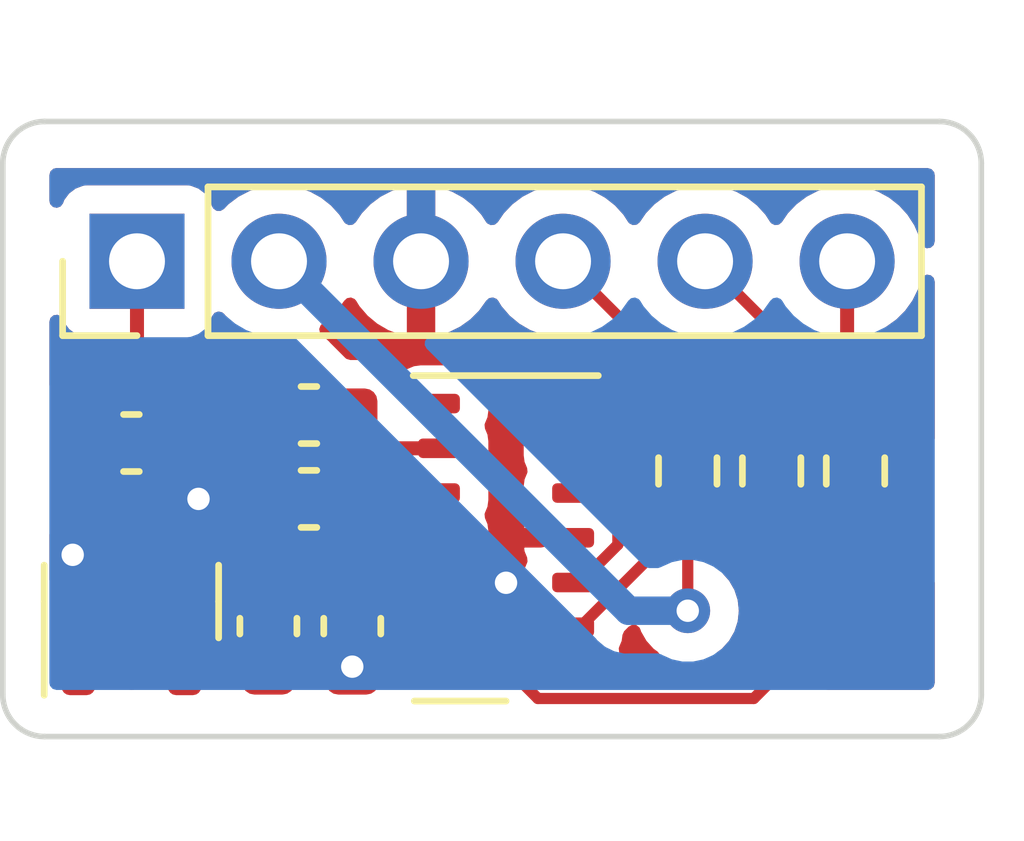
<source format=kicad_pcb>
(kicad_pcb (version 20211014) (generator pcbnew)
  (layers (0 "F.Cu" signal) (31 "B.Cu" signal) (34 "B.Paste" user) (35 "F.Paste" user) (36 "B.SilkS" user "B.Silkscreen") (37 "F.SilkS" user "F.Silkscreen") (38 "B.Mask" user) (39 "F.Mask" user) (44 "Edge.Cuts" user))
  (net 0 "")
  (net 1 "+5V")
  (net 2 "+1V8")
  (net 3 "+3V3")
  (net 4 "/MAX30102_SCL")
  (net 5 "/MAX30102_SDA")
  (net 6 "/MAX30102_INT")
  (net 13 "GND")
  (footprint "Capacitor_SMD:C_0603_1608Metric" (layer "F.Cu") (at 63.725 31.5)
    (fp_text reference "C4" hide)
    (fp_text value "0.1u")
    (fp_line (start -0.14058 -0.51) (end 0.14058 -0.51) (layer "F.SilkS") (width 0.12))
    (fp_line (start -0.14058 0.51) (end 0.14058 0.51) (layer "F.SilkS") (width 0.12))
    (pad "1" smd roundrect (at -0.775 0) (size 0.9 0.95) (layers "F.Cu" "F.Paste" "F.Mask") (net 13 "GND"))
    (pad "2" smd roundrect (at 0.775 0) (size 0.9 0.95) (layers "F.Cu" "F.Paste" "F.Mask") (net 1 "+5V"))
  )
  (footprint "Capacitor_SMD:C_0603_1608Metric" (layer "F.Cu") (at 63 33.775 -90)
    (fp_text reference "C2" hide)
    (fp_text value "1u")
    (fp_line (start -0.14058 -0.51) (end 0.14058 -0.51) (layer "F.SilkS") (width 0.12))
    (fp_line (start -0.14058 0.51) (end 0.14058 0.51) (layer "F.SilkS") (width 0.12))
    (pad "1" smd roundrect (at -0.775 0 270) (size 0.9 0.95) (layers "F.Cu" "F.Paste" "F.Mask") (net 2 "+1V8"))
    (pad "2" smd roundrect (at 0.775 0 270) (size 0.9 0.95) (layers "F.Cu" "F.Paste" "F.Mask") (net 13 "GND"))
  )
  (footprint "Capacitor_SMD:C_0603_1608Metric" (layer "F.Cu") (at 64.5 33.775 90)
    (fp_text reference "C5" hide)
    (fp_text value "0.1u")
    (fp_line (start -0.14058 -0.51) (end 0.14058 -0.51) (layer "F.SilkS") (width 0.12))
    (fp_line (start -0.14058 0.51) (end 0.14058 0.51) (layer "F.SilkS") (width 0.12))
    (pad "1" smd roundrect (at -0.775 0 90) (size 0.9 0.95) (layers "F.Cu" "F.Paste" "F.Mask") (net 13 "GND"))
    (pad "2" smd roundrect (at 0.775 0 90) (size 0.9 0.95) (layers "F.Cu" "F.Paste" "F.Mask") (net 2 "+1V8"))
  )
  (footprint "OptoDevice:Maxim_OLGA-14_3.3x5.6mm_P0.8mm" (layer "F.Cu") (at 67.25 32.195 180)
    (fp_text reference "U2" hide)
    (fp_text value "MAX30102")
    (fp_line (start 0 -2.92) (end 1.64 -2.92) (layer "F.SilkS") (width 0.12))
    (fp_line (start 1.66 2.9) (end -1.65 2.9) (layer "F.SilkS") (width 0.12))
    (pad "1" smd roundrect (at -1.2 -2.4 180) (size 0.75 0.35) (layers "F.Cu" "F.Paste" "F.Mask"))
    (pad "2" smd roundrect (at -1.2 -1.6 180) (size 0.75 0.35) (layers "F.Cu" "F.Paste" "F.Mask") (net 4 "/MAX30102_SCL"))
    (pad "3" smd roundrect (at -1.2 -0.8 180) (size 0.75 0.35) (layers "F.Cu" "F.Paste" "F.Mask") (net 5 "/MAX30102_SDA"))
    (pad "4" smd roundrect (at -1.2 0 180) (size 0.75 0.35) (layers "F.Cu" "F.Paste" "F.Mask") (net 13 "GND"))
    (pad "5" smd roundrect (at -1.2 0.8 180) (size 0.75 0.35) (layers "F.Cu" "F.Paste" "F.Mask"))
    (pad "6" smd roundrect (at -1.2 1.6 180) (size 0.75 0.35) (layers "F.Cu" "F.Paste" "F.Mask"))
    (pad "7" smd roundrect (at -1.2 2.4 180) (size 0.75 0.35) (layers "F.Cu" "F.Paste" "F.Mask"))
    (pad "8" smd roundrect (at 1.2 2.4 180) (size 0.75 0.35) (layers "F.Cu" "F.Paste" "F.Mask"))
    (pad "9" smd roundrect (at 1.2 1.6 180) (size 0.75 0.35) (layers "F.Cu" "F.Paste" "F.Mask") (net 1 "+5V"))
    (pad "10" smd roundrect (at 1.2 0.8 180) (size 0.75 0.35) (layers "F.Cu" "F.Paste" "F.Mask") (net 1 "+5V"))
    (pad "11" smd roundrect (at 1.2 0 180) (size 0.75 0.35) (layers "F.Cu" "F.Paste" "F.Mask") (net 2 "+1V8"))
    (pad "12" smd roundrect (at 1.2 -0.8 180) (size 0.75 0.35) (layers "F.Cu" "F.Paste" "F.Mask") (net 13 "GND"))
    (pad "13" smd roundrect (at 1.2 -1.6 180) (size 0.75 0.35) (layers "F.Cu" "F.Paste" "F.Mask") (net 6 "/MAX30102_INT"))
    (pad "14" smd roundrect (at 1.2 -2.4 180) (size 0.75 0.35) (layers "F.Cu" "F.Paste" "F.Mask"))
  )
  (footprint "Package_TO_SOT_SMD:SOT-23" (layer "F.Cu") (at 60.55 33.335 90)
    (fp_text reference "U1" hide)
    (fp_text value "XC6206_1.8V")
    (fp_line (start 0 -1.56) (end -1.675 -1.56) (layer "F.SilkS") (width 0.12))
    (fp_line (start 0 -1.56) (end 0.65 -1.56) (layer "F.SilkS") (width 0.12))
    (fp_line (start 0 1.56) (end 0.65 1.56) (layer "F.SilkS") (width 0.12))
    (fp_line (start 0 1.56) (end -0.65 1.56) (layer "F.SilkS") (width 0.12))
    (pad "1" smd roundrect (at -0.9375 -0.95 90) (size 1.475 0.6) (layers "F.Cu" "F.Paste" "F.Mask") (net 13 "GND"))
    (pad "2" smd roundrect (at -0.9375 0.95 90) (size 1.475 0.6) (layers "F.Cu" "F.Paste" "F.Mask") (net 2 "+1V8"))
    (pad "3" smd roundrect (at 0.9375 0 90) (size 1.475 0.6) (layers "F.Cu" "F.Paste" "F.Mask") (net 1 "+5V"))
  )
  (footprint "Resistor_SMD:R_0603_1608Metric" (layer "F.Cu") (at 70.5 31 90)
    (fp_text reference "R2" hide)
    (fp_text value "4.7k")
    (fp_line (start -0.237258 0.5225) (end 0.237258 0.5225) (layer "F.SilkS") (width 0.12))
    (fp_line (start -0.237258 -0.5225) (end 0.237258 -0.5225) (layer "F.SilkS") (width 0.12))
    (pad "1" smd roundrect (at -0.825 0 90) (size 0.8 0.95) (layers "F.Cu" "F.Paste" "F.Mask") (net 3 "+3V3"))
    (pad "2" smd roundrect (at 0.825 0 90) (size 0.8 0.95) (layers "F.Cu" "F.Paste" "F.Mask") (net 5 "/MAX30102_SDA"))
  )
  (footprint "Capacitor_SMD:C_0603_1608Metric" (layer "F.Cu") (at 60.55 30.5)
    (fp_text reference "C1" hide)
    (fp_text value "1u")
    (fp_line (start -0.14058 -0.51) (end 0.14058 -0.51) (layer "F.SilkS") (width 0.12))
    (fp_line (start -0.14058 0.51) (end 0.14058 0.51) (layer "F.SilkS") (width 0.12))
    (pad "1" smd roundrect (at -0.775 0) (size 0.9 0.95) (layers "F.Cu" "F.Paste" "F.Mask") (net 1 "+5V"))
    (pad "2" smd roundrect (at 0.775 0) (size 0.9 0.95) (layers "F.Cu" "F.Paste" "F.Mask") (net 13 "GND"))
  )
  (footprint "Resistor_SMD:R_0603_1608Metric" (layer "F.Cu") (at 73.5 31 90)
    (fp_text reference "R4" hide)
    (fp_text value "4.7k")
    (fp_line (start -0.237258 0.5225) (end 0.237258 0.5225) (layer "F.SilkS") (width 0.12))
    (fp_line (start -0.237258 -0.5225) (end 0.237258 -0.5225) (layer "F.SilkS") (width 0.12))
    (pad "1" smd roundrect (at -0.825 0 90) (size 0.8 0.95) (layers "F.Cu" "F.Paste" "F.Mask") (net 3 "+3V3"))
    (pad "2" smd roundrect (at 0.825 0 90) (size 0.8 0.95) (layers "F.Cu" "F.Paste" "F.Mask") (net 6 "/MAX30102_INT"))
  )
  (footprint "Capacitor_SMD:C_0603_1608Metric" (layer "F.Cu") (at 63.725 30)
    (fp_text reference "C3" hide)
    (fp_text value "0.1u")
    (fp_line (start -0.14058 -0.51) (end 0.14058 -0.51) (layer "F.SilkS") (width 0.12))
    (fp_line (start -0.14058 0.51) (end 0.14058 0.51) (layer "F.SilkS") (width 0.12))
    (pad "1" smd roundrect (at -0.775 0) (size 0.9 0.95) (layers "F.Cu" "F.Paste" "F.Mask") (net 13 "GND"))
    (pad "2" smd roundrect (at 0.775 0) (size 0.9 0.95) (layers "F.Cu" "F.Paste" "F.Mask") (net 1 "+5V"))
  )
  (footprint "Resistor_SMD:R_0603_1608Metric" (layer "F.Cu") (at 72 31 90)
    (fp_text reference "R1" hide)
    (fp_text value "4.7k")
    (fp_line (start -0.237258 -0.5225) (end 0.237258 -0.5225) (layer "F.SilkS") (width 0.12))
    (fp_line (start -0.237258 0.5225) (end 0.237258 0.5225) (layer "F.SilkS") (width 0.12))
    (pad "1" smd roundrect (at -0.825 0 90) (size 0.8 0.95) (layers "F.Cu" "F.Paste" "F.Mask") (net 3 "+3V3"))
    (pad "2" smd roundrect (at 0.825 0 90) (size 0.8 0.95) (layers "F.Cu" "F.Paste" "F.Mask") (net 4 "/MAX30102_SCL"))
  )
  (footprint "Connector_PinHeader_2.54mm:PinHeader_1x06_P2.54mm_Vertical" (layer "F.Cu") (at 60.65 27.25 90)
    (fp_text reference "J1" hide)
    (fp_text value "Conn_01x06")
    (fp_line (start -1.33 1.27) (end 1.33 1.27) (layer "F.SilkS") (width 0.12))
    (fp_line (start -1.33 0) (end -1.33 -1.33) (layer "F.SilkS") (width 0.12))
    (fp_line (start -1.33 -1.33) (end 0 -1.33) (layer "F.SilkS") (width 0.12))
    (fp_line (start -1.33 1.27) (end -1.33 14.03) (layer "F.SilkS") (width 0.12))
    (fp_line (start -1.33 14.03) (end 1.33 14.03) (layer "F.SilkS") (width 0.12))
    (fp_line (start 1.33 1.27) (end 1.33 14.03) (layer "F.SilkS") (width 0.12))
    (pad "1" thru_hole rect (at 0 0 90) (size 1.7 1.7) (drill 1) (layers *.Cu *.Mask) (net 1 "+5V"))
    (pad "2" thru_hole oval (at 0 2.54 90) (size 1.7 1.7) (drill 1) (layers *.Cu *.Mask) (net 3 "+3V3"))
    (pad "3" thru_hole oval (at 0 5.08 90) (size 1.7 1.7) (drill 1) (layers *.Cu *.Mask) (net 13 "GND"))
    (pad "4" thru_hole oval (at 0 7.62 90) (size 1.7 1.7) (drill 1) (layers *.Cu *.Mask) (net 5 "/MAX30102_SDA"))
    (pad "5" thru_hole oval (at 0 10.16 90) (size 1.7 1.7) (drill 1) (layers *.Cu *.Mask) (net 4 "/MAX30102_SCL"))
    (pad "6" thru_hole oval (at 0 12.7 90) (size 1.7 1.7) (drill 1) (layers *.Cu *.Mask) (net 6 "/MAX30102_INT"))
  )
  (gr_line (start 75.75 35) (end 75.75 25.5) (layer "Edge.Cuts") (width 0.1))
  (gr_line (start 75 24.75) (end 59 24.75) (layer "Edge.Cuts") (width 0.1))
  (gr_line (start 58.25 25.5) (end 58.25 35) (layer "Edge.Cuts") (width 0.1))
  (gr_line (start 59 35.75) (end 75 35.75) (layer "Edge.Cuts") (width 0.1))
  (gr_arc (start 75.75 35) (mid 75.53033 35.53033) (end 75 35.75) (layer "Edge.Cuts") (width 0.1))
  (gr_arc (start 59 35.75) (mid 58.46967 35.53033) (end 58.25 35) (layer "Edge.Cuts") (width 0.1))
  (gr_arc (start 58.25 25.5) (mid 58.46967 24.96967) (end 59 24.75) (layer "Edge.Cuts") (width 0.1))
  (gr_arc (start 75 24.75) (mid 75.53033 24.96967) (end 75.75 25.5) (layer "Edge.Cuts") (width 0.1))
  (segment (start 59.775 30.5) (end 59.775 31.6225) (width 0.25) (layer "F.Cu") (net 1))
  (segment (start 60.65 29.1) (end 60.65 27.25) (width 0.25) (layer "F.Cu") (net 1))
  (segment (start 59.775 30.5) (end 60.65 29.625) (width 0.25) (layer "F.Cu") (net 1))
  (segment (start 64.5 30) (end 65.095 30.595) (width 0.25) (layer "F.Cu") (net 1))
  (segment (start 60.65 29.625) (end 60.65 29.1) (width 0.25) (layer "F.Cu") (net 1))
  (segment (start 63.6 29.1) (end 60.65 29.1) (width 0.25) (layer "F.Cu") (net 1))
  (segment (start 64.5 31.5) (end 64.5 30) (width 0.25) (layer "F.Cu") (net 1))
  (segment (start 59.775 31.6225) (end 60.55 32.3975) (width 0.25) (layer "F.Cu") (net 1))
  (segment (start 64.5 30) (end 63.6 29.1) (width 0.25) (layer "F.Cu") (net 1))
  (segment (start 65.095 30.595) (end 66.05 30.595) (width 0.25) (layer "F.Cu") (net 1))
  (segment (start 64.605 31.395) (end 64.5 31.5) (width 0.25) (layer "F.Cu") (net 1))
  (segment (start 66.05 31.395) (end 64.605 31.395) (width 0.25) (layer "F.Cu") (net 1))
  (segment (start 65.305 32.195) (end 66.05 32.195) (width 0.25) (layer "F.Cu") (net 2))
  (segment (start 61.75 33) (end 61.5 33.25) (width 0.25) (layer "F.Cu") (net 2))
  (segment (start 64.5 33) (end 65.305 32.195) (width 0.25) (layer "F.Cu") (net 2))
  (segment (start 61.5 33.25) (end 61.5 34.2725) (width 0.25) (layer "F.Cu") (net 2))
  (segment (start 63 33) (end 61.75 33) (width 0.25) (layer "F.Cu") (net 2))
  (segment (start 63 33) (end 64.5 33) (width 0.25) (layer "F.Cu") (net 2))
  (segment (start 70.5 31.825) (end 70.5 33.5) (width 0.2) (layer "F.Cu") (net 3))
  (segment (start 73.5 31.825) (end 70.5 31.825) (width 0.2) (layer "F.Cu") (net 3))
  (via (at 70.5 33.5) (size 0.8) (drill 0.4) (layers "F.Cu" "B.Cu") (net 3))
  (segment (start 63.19 27.25) (end 69.44 33.5) (width 0.508) (layer "B.Cu") (net 3))
  (segment (start 69.44 33.5) (end 70.5 33.5) (width 0.508) (layer "B.Cu") (net 3))
  (segment (start 71.175 31) (end 72 30.175) (width 0.2) (layer "F.Cu") (net 4))
  (segment (start 69.72548 31.27452) (end 70 31) (width 0.2) (layer "F.Cu") (net 4))
  (segment (start 70 31) (end 71.175 31) (width 0.2) (layer "F.Cu") (net 4))
  (segment (start 72 28.44) (end 70.81 27.25) (width 0.2) (layer "F.Cu") (net 4))
  (segment (start 68.45 33.795) (end 68.572328 33.795) (width 0.2) (layer "F.Cu") (net 4))
  (segment (start 68.572328 33.795) (end 69.72548 32.641848) (width 0.2) (layer "F.Cu") (net 4))
  (segment (start 72 30.175) (end 72 28.44) (width 0.2) (layer "F.Cu") (net 4))
  (segment (start 69.72548 32.641848) (end 69.72548 31.27452) (width 0.2) (layer "F.Cu") (net 4))
  (segment (start 69.25 32.317328) (end 69.25 30.75) (width 0.2) (layer "F.Cu") (net 5))
  (segment (start 69.825 30.175) (end 70.5 30.175) (width 0.2) (layer "F.Cu") (net 5))
  (segment (start 68.45 32.995) (end 68.572328 32.995) (width 0.2) (layer "F.Cu") (net 5))
  (segment (start 70.5 30.175) (end 70.5 29.48) (width 0.2) (layer "F.Cu") (net 5))
  (segment (start 68.572328 32.995) (end 69.25 32.317328) (width 0.2) (layer "F.Cu") (net 5))
  (segment (start 69.25 30.75) (end 69.825 30.175) (width 0.2) (layer "F.Cu") (net 5))
  (segment (start 70.5 29.48) (end 68.27 27.25) (width 0.2) (layer "F.Cu") (net 5))
  (segment (start 71.68048 35.06952) (end 74.27452 32.47548) (width 0.2) (layer "F.Cu") (net 6))
  (segment (start 73.5 30.175) (end 73.35 30.025) (width 0.25) (layer "F.Cu") (net 6))
  (segment (start 74.27452 32.47548) (end 74.27452 30.94952) (width 0.2) (layer "F.Cu") (net 6))
  (segment (start 67.81952 35.06952) (end 71.68048 35.06952) (width 0.2) (layer "F.Cu") (net 6))
  (segment (start 74.27452 30.94952) (end 73.5 30.175) (width 0.2) (layer "F.Cu") (net 6))
  (segment (start 73.35 30.025) (end 73.35 27.25) (width 0.25) (layer "F.Cu") (net 6))
  (segment (start 66.05 33.795) (end 66.545 33.795) (width 0.2) (layer "F.Cu") (net 6))
  (segment (start 66.545 33.795) (end 67.81952 35.06952) (width 0.2) (layer "F.Cu") (net 6))
  (segment (start 62.95 30) (end 61.825 30) (width 0.508) (layer "F.Cu") (net 13))
  (segment (start 61.825 30) (end 61.325 30.5) (width 0.508) (layer "F.Cu") (net 13))
  (via (at 59.5 32.5) (size 0.8) (drill 0.4) (layers "F.Cu" "B.Cu") (net 13))
  (via (at 64.5 34.5) (size 0.8) (drill 0.4) (layers "F.Cu" "B.Cu") (net 13))
  (via (at 61.75 31.5) (size 0.8) (drill 0.4) (layers "F.Cu" "B.Cu") (net 13))
  (via (at 67.25 33) (size 0.8) (drill 0.4) (layers "F.Cu" "B.Cu") (net 13))
  (zone (net 13) (net_name "GND") (layer "F.Cu") (connect_pads (clearance 0.508)) (min_thickness 0.254) (fill yes (thermal_gap 0.508) (thermal_bridge_width 0.508) (island_removal_mode 1) (island_area_min 0))
    (polygon (pts (xy 75.5 35.5) (xy 58.5 35.5) (xy 58.5 25) (xy 75.5 25)))
  )
  (zone (net 13) (net_name "GND") (layer "B.Cu") (connect_pads (clearance 0.508)) (min_thickness 0.254) (fill yes (thermal_gap 0.508) (thermal_bridge_width 0.508) (island_removal_mode 1) (island_area_min 0))
    (polygon (pts (xy 75.5 35.5) (xy 58.5 35.5) (xy 58.5 25) (xy 75.5 25)))
  )
)
</source>
